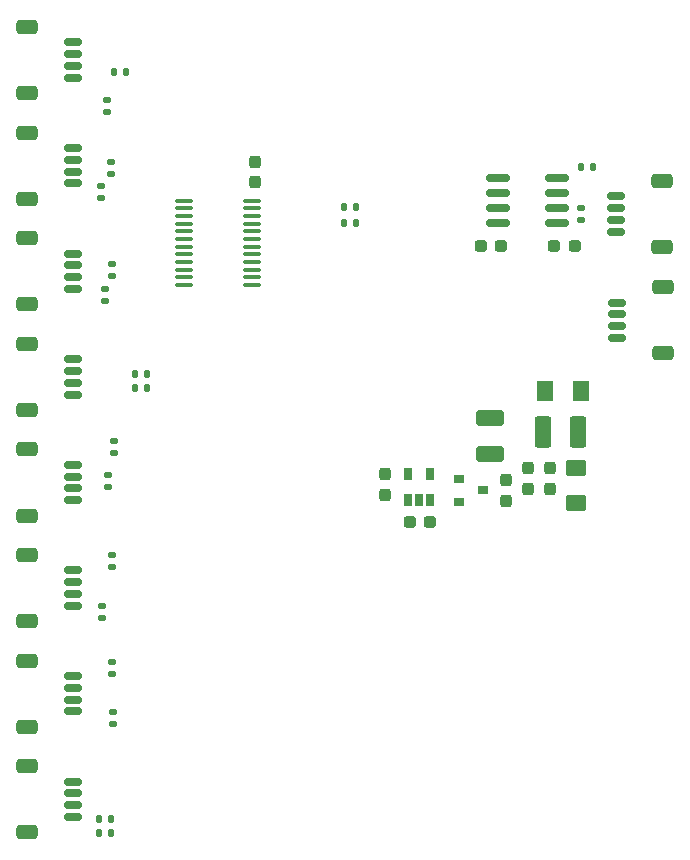
<source format=gbr>
%TF.GenerationSoftware,KiCad,Pcbnew,7.0.9*%
%TF.CreationDate,2024-10-15T17:16:27-06:00*%
%TF.ProjectId,i2c_mux,6932635f-6d75-4782-9e6b-696361645f70,rev?*%
%TF.SameCoordinates,Original*%
%TF.FileFunction,Paste,Top*%
%TF.FilePolarity,Positive*%
%FSLAX46Y46*%
G04 Gerber Fmt 4.6, Leading zero omitted, Abs format (unit mm)*
G04 Created by KiCad (PCBNEW 7.0.9) date 2024-10-15 17:16:27*
%MOMM*%
%LPD*%
G01*
G04 APERTURE LIST*
G04 Aperture macros list*
%AMRoundRect*
0 Rectangle with rounded corners*
0 $1 Rounding radius*
0 $2 $3 $4 $5 $6 $7 $8 $9 X,Y pos of 4 corners*
0 Add a 4 corners polygon primitive as box body*
4,1,4,$2,$3,$4,$5,$6,$7,$8,$9,$2,$3,0*
0 Add four circle primitives for the rounded corners*
1,1,$1+$1,$2,$3*
1,1,$1+$1,$4,$5*
1,1,$1+$1,$6,$7*
1,1,$1+$1,$8,$9*
0 Add four rect primitives between the rounded corners*
20,1,$1+$1,$2,$3,$4,$5,0*
20,1,$1+$1,$4,$5,$6,$7,0*
20,1,$1+$1,$6,$7,$8,$9,0*
20,1,$1+$1,$8,$9,$2,$3,0*%
G04 Aperture macros list end*
%ADD10RoundRect,0.237500X-0.237500X0.287500X-0.237500X-0.287500X0.237500X-0.287500X0.237500X0.287500X0*%
%ADD11RoundRect,0.150000X-0.625000X0.150000X-0.625000X-0.150000X0.625000X-0.150000X0.625000X0.150000X0*%
%ADD12RoundRect,0.250000X-0.650000X0.350000X-0.650000X-0.350000X0.650000X-0.350000X0.650000X0.350000X0*%
%ADD13RoundRect,0.150000X0.625000X-0.150000X0.625000X0.150000X-0.625000X0.150000X-0.625000X-0.150000X0*%
%ADD14RoundRect,0.250000X0.650000X-0.350000X0.650000X0.350000X-0.650000X0.350000X-0.650000X-0.350000X0*%
%ADD15RoundRect,0.250001X-0.462499X-0.624999X0.462499X-0.624999X0.462499X0.624999X-0.462499X0.624999X0*%
%ADD16RoundRect,0.250001X0.624999X-0.462499X0.624999X0.462499X-0.624999X0.462499X-0.624999X-0.462499X0*%
%ADD17RoundRect,0.250000X0.925000X-0.412500X0.925000X0.412500X-0.925000X0.412500X-0.925000X-0.412500X0*%
%ADD18RoundRect,0.250001X0.462499X1.074999X-0.462499X1.074999X-0.462499X-1.074999X0.462499X-1.074999X0*%
%ADD19R,0.900000X0.800000*%
%ADD20RoundRect,0.237500X0.237500X-0.287500X0.237500X0.287500X-0.237500X0.287500X-0.237500X-0.287500X0*%
%ADD21R,0.650000X1.060000*%
%ADD22RoundRect,0.237500X0.287500X0.237500X-0.287500X0.237500X-0.287500X-0.237500X0.287500X-0.237500X0*%
%ADD23RoundRect,0.237500X-0.287500X-0.237500X0.287500X-0.237500X0.287500X0.237500X-0.287500X0.237500X0*%
%ADD24RoundRect,0.135000X-0.135000X-0.185000X0.135000X-0.185000X0.135000X0.185000X-0.135000X0.185000X0*%
%ADD25RoundRect,0.135000X0.135000X0.185000X-0.135000X0.185000X-0.135000X-0.185000X0.135000X-0.185000X0*%
%ADD26RoundRect,0.135000X-0.185000X0.135000X-0.185000X-0.135000X0.185000X-0.135000X0.185000X0.135000X0*%
%ADD27RoundRect,0.135000X0.185000X-0.135000X0.185000X0.135000X-0.185000X0.135000X-0.185000X-0.135000X0*%
%ADD28RoundRect,0.150000X0.825000X0.150000X-0.825000X0.150000X-0.825000X-0.150000X0.825000X-0.150000X0*%
%ADD29RoundRect,0.100000X-0.637500X-0.100000X0.637500X-0.100000X0.637500X0.100000X-0.637500X0.100000X0*%
G04 APERTURE END LIST*
D10*
%TO.C,C1*%
X108500000Y-72525000D03*
X108500000Y-74275000D03*
%TD*%
D11*
%TO.C,J2*%
X93100000Y-89242857D03*
X93100000Y-90242857D03*
X93100000Y-91242857D03*
X93100000Y-92242857D03*
D12*
X89225000Y-87942857D03*
X89225000Y-93542857D03*
%TD*%
D11*
%TO.C,J4*%
X93100000Y-80300000D03*
X93100000Y-81300000D03*
X93100000Y-82300000D03*
X93100000Y-83300000D03*
D12*
X89225000Y-79000000D03*
X89225000Y-84600000D03*
%TD*%
D11*
%TO.C,J6*%
X93100000Y-71357143D03*
X93100000Y-72357143D03*
X93100000Y-73357143D03*
X93100000Y-74357143D03*
D12*
X89225000Y-70057143D03*
X89225000Y-75657143D03*
%TD*%
D11*
%TO.C,J8*%
X93100000Y-62414286D03*
X93100000Y-63414286D03*
X93100000Y-64414286D03*
X93100000Y-65414286D03*
D12*
X89225000Y-61114286D03*
X89225000Y-66714286D03*
%TD*%
D13*
%TO.C,J10*%
X139100000Y-78450000D03*
X139100000Y-77450000D03*
X139100000Y-76450000D03*
X139100000Y-75450000D03*
D14*
X142975000Y-79750000D03*
X142975000Y-74150000D03*
%TD*%
D15*
%TO.C,C2*%
X133112500Y-91950000D03*
X136087500Y-91950000D03*
%TD*%
D16*
%TO.C,C3*%
X135700000Y-101437500D03*
X135700000Y-98462500D03*
%TD*%
D10*
%TO.C,C4*%
X133500000Y-98475000D03*
X133500000Y-100225000D03*
%TD*%
D17*
%TO.C,C6*%
X128400000Y-97287500D03*
X128400000Y-94212500D03*
%TD*%
D10*
%TO.C,C8*%
X119500000Y-98975000D03*
X119500000Y-100725000D03*
%TD*%
D18*
%TO.C,L1*%
X135887500Y-95450000D03*
X132912500Y-95450000D03*
%TD*%
D19*
%TO.C,Q1*%
X125800000Y-99400000D03*
X125800000Y-101300000D03*
X127800000Y-100350000D03*
%TD*%
D20*
%TO.C,R21*%
X129800000Y-101225000D03*
X129800000Y-99475000D03*
%TD*%
D21*
%TO.C,U2*%
X121460000Y-101160000D03*
X122410000Y-101160000D03*
X123360000Y-101160000D03*
X123360000Y-98960000D03*
X121460000Y-98960000D03*
%TD*%
D22*
%TO.C,C7*%
X123375000Y-103050000D03*
X121625000Y-103050000D03*
%TD*%
D23*
%TO.C,C9*%
X133825000Y-79650000D03*
X135575000Y-79650000D03*
%TD*%
%TO.C,C11*%
X127625000Y-79650000D03*
X129375000Y-79650000D03*
%TD*%
D13*
%TO.C,J9*%
X139200000Y-87450000D03*
X139200000Y-86450000D03*
X139200000Y-85450000D03*
X139200000Y-84450000D03*
D14*
X143075000Y-88750000D03*
X143075000Y-83150000D03*
%TD*%
D10*
%TO.C,C5*%
X131600000Y-98450000D03*
X131600000Y-100200000D03*
%TD*%
D24*
%TO.C,R18*%
X116080000Y-76400000D03*
X117100000Y-76400000D03*
%TD*%
D25*
%TO.C,R19*%
X137120000Y-72950000D03*
X136100000Y-72950000D03*
%TD*%
D26*
%TO.C,R14*%
X95500000Y-74600000D03*
X95500000Y-75620000D03*
%TD*%
D27*
%TO.C,R12*%
X96300000Y-73610000D03*
X96300000Y-72590000D03*
%TD*%
D11*
%TO.C,J3*%
X93100000Y-116071428D03*
X93100000Y-117071428D03*
X93100000Y-118071428D03*
X93100000Y-119071428D03*
D12*
X89225000Y-114771428D03*
X89225000Y-120371428D03*
%TD*%
D28*
%TO.C,U3*%
X134075000Y-77755000D03*
X134075000Y-76485000D03*
X134075000Y-75215000D03*
X134075000Y-73945000D03*
X129125000Y-73945000D03*
X129125000Y-75215000D03*
X129125000Y-76485000D03*
X129125000Y-77755000D03*
%TD*%
D24*
%TO.C,R2*%
X95290000Y-128200000D03*
X96310000Y-128200000D03*
%TD*%
D26*
%TO.C,R11*%
X96100000Y-99090000D03*
X96100000Y-100110000D03*
%TD*%
D11*
%TO.C,J1*%
X93100000Y-125014286D03*
X93100000Y-126014286D03*
X93100000Y-127014286D03*
X93100000Y-128014286D03*
D12*
X89225000Y-123714286D03*
X89225000Y-129314286D03*
%TD*%
D26*
%TO.C,R20*%
X136100000Y-76430000D03*
X136100000Y-77450000D03*
%TD*%
D24*
%TO.C,R16*%
X96590000Y-64900000D03*
X97610000Y-64900000D03*
%TD*%
%TO.C,R17*%
X116080000Y-77700000D03*
X117100000Y-77700000D03*
%TD*%
D26*
%TO.C,R8*%
X95800000Y-83280000D03*
X95800000Y-84300000D03*
%TD*%
D27*
%TO.C,R5*%
X96400000Y-115910000D03*
X96400000Y-114890000D03*
%TD*%
%TO.C,R10*%
X96400000Y-82210000D03*
X96400000Y-81190000D03*
%TD*%
D24*
%TO.C,R4*%
X98380000Y-91700000D03*
X99400000Y-91700000D03*
%TD*%
D29*
%TO.C,U1*%
X102537500Y-75825000D03*
X102537500Y-76475000D03*
X102537500Y-77125000D03*
X102537500Y-77775000D03*
X102537500Y-78425000D03*
X102537500Y-79075000D03*
X102537500Y-79725000D03*
X102537500Y-80375000D03*
X102537500Y-81025000D03*
X102537500Y-81675000D03*
X102537500Y-82325000D03*
X102537500Y-82975000D03*
X108262500Y-82975000D03*
X108262500Y-82325000D03*
X108262500Y-81675000D03*
X108262500Y-81025000D03*
X108262500Y-80375000D03*
X108262500Y-79725000D03*
X108262500Y-79075000D03*
X108262500Y-78425000D03*
X108262500Y-77775000D03*
X108262500Y-77125000D03*
X108262500Y-76475000D03*
X108262500Y-75825000D03*
%TD*%
D26*
%TO.C,R3*%
X96500000Y-119080000D03*
X96500000Y-120100000D03*
%TD*%
%TO.C,R7*%
X95600000Y-110180000D03*
X95600000Y-111200000D03*
%TD*%
D27*
%TO.C,R9*%
X96400000Y-106810000D03*
X96400000Y-105790000D03*
%TD*%
D24*
%TO.C,R1*%
X95290000Y-129400000D03*
X96310000Y-129400000D03*
%TD*%
D27*
%TO.C,R13*%
X96600000Y-97210000D03*
X96600000Y-96190000D03*
%TD*%
D24*
%TO.C,R6*%
X98390000Y-90500000D03*
X99410000Y-90500000D03*
%TD*%
D11*
%TO.C,J5*%
X93100000Y-107128571D03*
X93100000Y-108128571D03*
X93100000Y-109128571D03*
X93100000Y-110128571D03*
D12*
X89225000Y-105828571D03*
X89225000Y-111428571D03*
%TD*%
D26*
%TO.C,R15*%
X96000000Y-67290000D03*
X96000000Y-68310000D03*
%TD*%
D11*
%TO.C,J7*%
X93100000Y-98185714D03*
X93100000Y-99185714D03*
X93100000Y-100185714D03*
X93100000Y-101185714D03*
D12*
X89225000Y-96885714D03*
X89225000Y-102485714D03*
%TD*%
M02*

</source>
